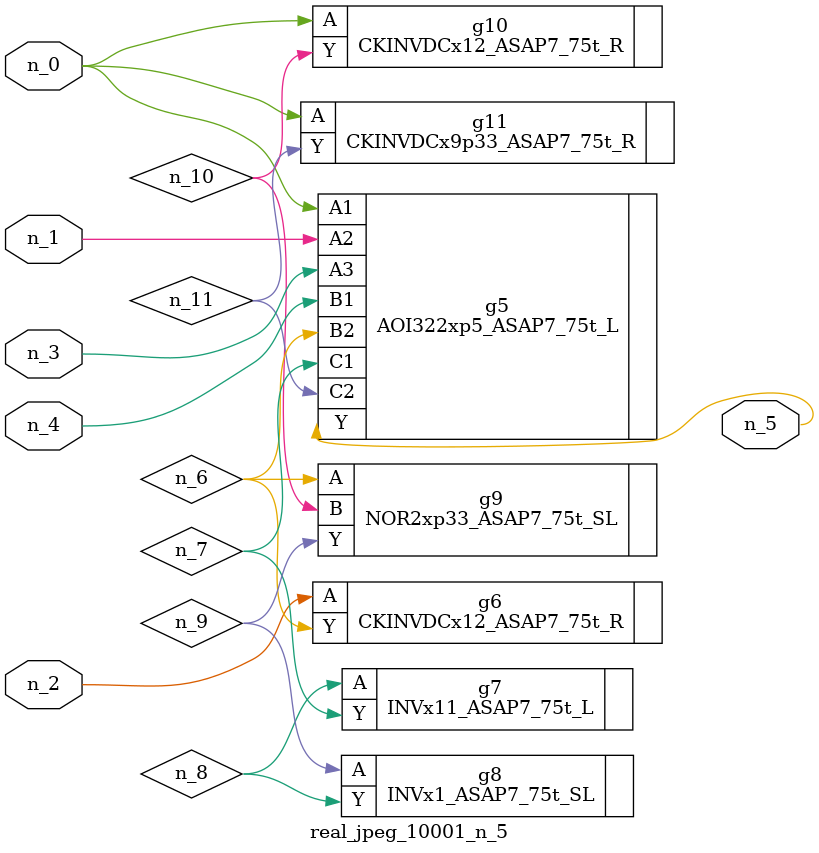
<source format=v>
module real_jpeg_10001_n_5 (n_4, n_0, n_1, n_2, n_3, n_5);

input n_4;
input n_0;
input n_1;
input n_2;
input n_3;

output n_5;

wire n_8;
wire n_11;
wire n_6;
wire n_7;
wire n_10;
wire n_9;

AOI322xp5_ASAP7_75t_L g5 ( 
.A1(n_0),
.A2(n_1),
.A3(n_3),
.B1(n_4),
.B2(n_6),
.C1(n_7),
.C2(n_11),
.Y(n_5)
);

CKINVDCx12_ASAP7_75t_R g10 ( 
.A(n_0),
.Y(n_10)
);

CKINVDCx9p33_ASAP7_75t_R g11 ( 
.A(n_0),
.Y(n_11)
);

CKINVDCx12_ASAP7_75t_R g6 ( 
.A(n_2),
.Y(n_6)
);

NOR2xp33_ASAP7_75t_SL g9 ( 
.A(n_6),
.B(n_10),
.Y(n_9)
);

INVx11_ASAP7_75t_L g7 ( 
.A(n_8),
.Y(n_7)
);

INVx1_ASAP7_75t_SL g8 ( 
.A(n_9),
.Y(n_8)
);


endmodule
</source>
